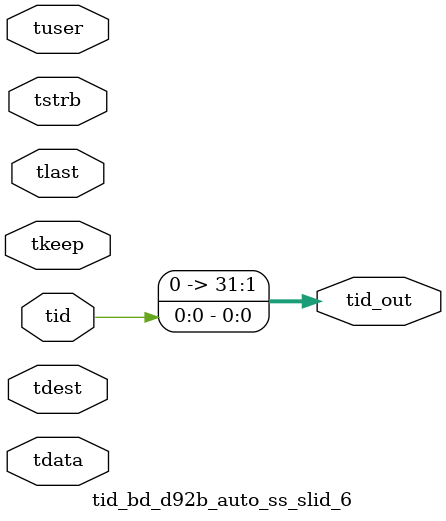
<source format=v>


`timescale 1ps/1ps

module tid_bd_d92b_auto_ss_slid_6 #
(
parameter C_S_AXIS_TID_WIDTH   = 1,
parameter C_S_AXIS_TUSER_WIDTH = 0,
parameter C_S_AXIS_TDATA_WIDTH = 0,
parameter C_S_AXIS_TDEST_WIDTH = 0,
parameter C_M_AXIS_TID_WIDTH   = 32
)
(
input  [(C_S_AXIS_TID_WIDTH   == 0 ? 1 : C_S_AXIS_TID_WIDTH)-1:0       ] tid,
input  [(C_S_AXIS_TDATA_WIDTH == 0 ? 1 : C_S_AXIS_TDATA_WIDTH)-1:0     ] tdata,
input  [(C_S_AXIS_TUSER_WIDTH == 0 ? 1 : C_S_AXIS_TUSER_WIDTH)-1:0     ] tuser,
input  [(C_S_AXIS_TDEST_WIDTH == 0 ? 1 : C_S_AXIS_TDEST_WIDTH)-1:0     ] tdest,
input  [(C_S_AXIS_TDATA_WIDTH/8)-1:0 ] tkeep,
input  [(C_S_AXIS_TDATA_WIDTH/8)-1:0 ] tstrb,
input                                                                    tlast,
output [(C_M_AXIS_TID_WIDTH   == 0 ? 1 : C_M_AXIS_TID_WIDTH)-1:0       ] tid_out
);

assign tid_out = {tid[0:0]};

endmodule


</source>
